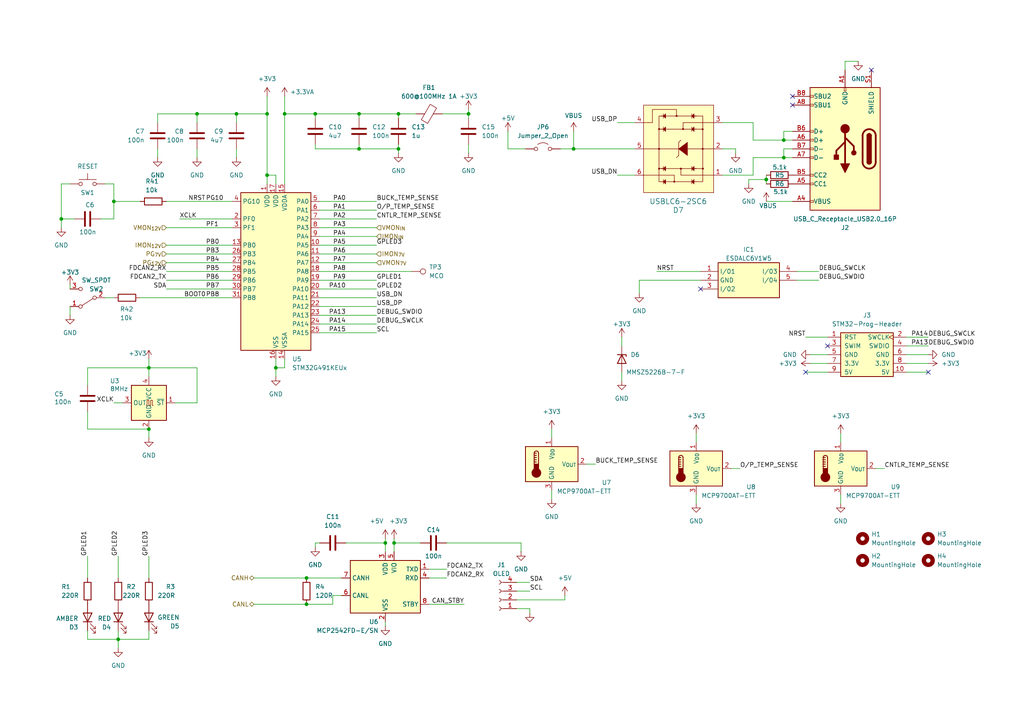
<source format=kicad_sch>
(kicad_sch (version 20250114) (generator "eeschema") (generator_version "9.0")
  (paper "A4")
  (title_block (rev "Vol. 2") (company "University of Alberta EcoCar Team"))
  (lib_symbols
    (symbol "Connector:Conn_01x04_Socket" (pin_names (offset 1.016) (hide yes))
      (property "Reference" "J" (at 0 5.08 0))
      (property "Value" "Conn_01x04_Socket" (at 0 -7.62 0))
      (symbol "Conn_01x04_Socket_1_1"
        (pin passive line (at -5.08 2.54 0) (length 3.81) (name "Pin_1") (number "1"))
        (pin passive line (at -5.08 0 0) (length 3.81) (name "Pin_2") (number "2"))
        (pin passive line (at -5.08 -2.54 0) (length 3.81) (name "Pin_3") (number "3"))
        (pin passive line (at -5.08 -5.08 0) (length 3.81) (name "Pin_4") (number "4"))
      )
    )
    (symbol "Connector:TestPoint" (pin_numbers (hide yes)) (pin_names (offset 0.762) (hide yes))
      (property "Reference" "TP" (at 0 6.858 0))
      (property "Value" "TestPoint" (at 0 5.08 0))
      (symbol "TestPoint_1_1"
        (pin passive line (at 0 0 90) (length 2.54) (name "1") (number "1"))
      )
    )
    (symbol "Connector:USB_C_Receptacle_USB2.0_16P" (pin_names (offset 1.016))
      (property "Reference" "J" (at 0 22.225 0))
      (property "Value" "USB_C_Receptacle_USB2.0_16P" (at 0 19.685 0))
      (symbol "USB_C_Receptacle_USB2.0_16P_1_1"
        (pin passive line (at -7.62 -22.86 90) (length 5.08) (name "SHIELD") (number "S1"))
        (pin passive line (at 0 -22.86 90) (length 5.08) (name "GND") (number "A1"))
        (pin passive line (at 0 -22.86 90) (length 5.08) (hide yes) (name "GND") (number "A12"))
        (pin passive line (at 0 -22.86 90) (length 5.08) (hide yes) (name "GND") (number "B1"))
        (pin passive line (at 0 -22.86 90) (length 5.08) (hide yes) (name "GND") (number "B12"))
        (pin passive line (at 15.24 15.24 180) (length 5.08) (name "VBUS") (number "A4"))
        (pin passive line (at 15.24 15.24 180) (length 5.08) (hide yes) (name "VBUS") (number "A9"))
        (pin passive line (at 15.24 15.24 180) (length 5.08) (hide yes) (name "VBUS") (number "B4"))
        (pin passive line (at 15.24 15.24 180) (length 5.08) (hide yes) (name "VBUS") (number "B9"))
        (pin bidirectional line (at 15.24 10.16 180) (length 5.08) (name "CC1") (number "A5"))
        (pin bidirectional line (at 15.24 7.62 180) (length 5.08) (name "CC2") (number "B5"))
        (pin bidirectional line (at 15.24 2.54 180) (length 5.08) (name "D-") (number "A7"))
        (pin bidirectional line (at 15.24 0 180) (length 5.08) (name "D-") (number "B7"))
        (pin bidirectional line (at 15.24 -2.54 180) (length 5.08) (name "D+") (number "A6"))
        (pin bidirectional line (at 15.24 -5.08 180) (length 5.08) (name "D+") (number "B6"))
        (pin bidirectional line (at 15.24 -12.7 180) (length 5.08) (name "SBU1") (number "A8"))
        (pin bidirectional line (at 15.24 -15.24 180) (length 5.08) (name "SBU2") (number "B8"))
      )
    )
    (symbol "Device:C" (pin_numbers (hide yes)) (pin_names (offset 0.254))
      (property "Reference" "C" (at 0.635 2.54 0))
      (property "Value" "C" (at 0.635 -2.54 0))
      (symbol "C_1_1"
        (pin passive line (at 0 3.81 270) (length 2.794) (name "~") (number "1"))
        (pin passive line (at 0 -3.81 90) (length 2.794) (name "~") (number "2"))
      )
    )
    (symbol "Device:D_Zener" (pin_numbers (hide yes)) (pin_names (offset 1.016) (hide yes))
      (property "Reference" "D" (at 0 2.54 0))
      (property "Value" "D_Zener" (at 0 -2.54 0))
      (symbol "D_Zener_1_1"
        (pin passive line (at -3.81 0 0) (length 2.54) (name "K") (number "1"))
        (pin passive line (at 3.81 0 180) (length 2.54) (name "A") (number "2"))
      )
    )
    (symbol "Device:FerriteBead" (pin_numbers (hide yes)) (pin_names (offset 0))
      (property "Reference" "FB" (at -3.81 0.635 90))
      (property "Value" "FerriteBead" (at 3.81 0 90))
      (symbol "FerriteBead_1_1"
        (pin passive line (at 0 3.81 270) (length 2.54) (name "~") (number "1"))
        (pin passive line (at 0 -3.81 90) (length 2.54) (name "~") (number "2"))
      )
    )
    (symbol "Device:LED" (pin_numbers (hide yes)) (pin_names (offset 1.016) (hide yes))
      (property "Reference" "D" (at 0 2.54 0))
      (property "Value" "LED" (at 0 -2.54 0))
      (symbol "LED_1_1"
        (pin passive line (at -3.81 0 0) (length 2.54) (name "K") (number "1"))
        (pin passive line (at 3.81 0 180) (length 2.54) (name "A") (number "2"))
      )
    )
    (symbol "Device:R" (pin_numbers (hide yes)) (pin_names (offset 0))
      (property "Reference" "R" (at 2.032 0 90))
      (property "Value" "R" (at 0 0 90))
      (symbol "R_1_1"
        (pin passive line (at 0 3.81 270) (length 1.27) (name "~") (number "1"))
        (pin passive line (at 0 -3.81 90) (length 1.27) (name "~") (number "2"))
      )
    )
    (symbol "GND_2" (power) (pin_numbers (hide yes)) (pin_names (offset 0) (hide yes))
      (property "Value" "GND" (at 0 -3.81 0))
      (symbol "GND_2_1_1"
        (pin power_in line (at 0 0 270) (length 0) (name "~") (number "1"))
      )
    )
    (symbol "Interface_CAN_LIN:MCP2542FDxMF"
      (property "Reference" "U" (at -10.16 8.89 0))
      (property "Value" "MCP2542FDxMF" (at 2.54 8.89 0))
      (symbol "MCP2542FDxMF_1_1"
        (pin input line (at -12.7 5.08 0) (length 2.54) (name "TXD") (number "1"))
        (pin output line (at -12.7 2.54 0) (length 2.54) (name "RXD") (number "4"))
        (pin input line (at -12.7 -5.08 0) (length 2.54) (name "STBY") (number "8"))
        (pin power_in line (at -2.54 10.16 270) (length 2.54) (name "VIO") (number "5"))
        (pin power_in line (at 0 10.16 270) (length 2.54) (name "VDD") (number "3"))
        (pin power_in line (at 0 -10.16 90) (length 2.54) (name "VSS") (number "2"))
        (pin passive line (at 0 -10.16 90) (length 2.54) (hide yes) (name "VSS") (number "9"))
        (pin bidirectional line (at 12.7 2.54 180) (length 2.54) (name "CANH") (number "7"))
        (pin bidirectional line (at 12.7 -2.54 180) (length 2.54) (name "CANL") (number "6"))
      )
    )
    (symbol "Jumper:Jumper_2_Open" (pin_numbers (hide yes)) (pin_names (offset 0) (hide yes)) (exclude_from_sim yes)
      (property "Reference" "JP" (at 0 2.794 0))
      (property "Value" "Jumper_2_Open" (at 0 -2.286 0))
      (symbol "Jumper_2_Open_1_1"
        (pin passive line (at -5.08 0 0) (length 2.54) (name "A") (number "1"))
        (pin passive line (at 5.08 0 180) (length 2.54) (name "B") (number "2"))
      )
    )
    (symbol "MCU_ST_STM32G4:STM32G491KEUx"
      (property "Reference" "U" (at -10.16 24.13 0))
      (property "Value" "STM32G491KEUx" (at 5.08 24.13 0))
      (symbol "STM32G491KEUx_1_1"
        (pin bidirectional line (at -12.7 20.32 0) (length 2.54) (name "PG10") (number "4"))
        (pin bidirectional line (at -12.7 15.24 0) (length 2.54) (name "PF0") (number "2"))
        (pin bidirectional line (at -12.7 12.7 0) (length 2.54) (name "PF1") (number "3"))
        (pin bidirectional line (at -12.7 7.62 0) (length 2.54) (name "PB0") (number "13"))
        (pin bidirectional line (at -12.7 5.08 0) (length 2.54) (name "PB3") (number "26"))
        (pin bidirectional line (at -12.7 2.54 0) (length 2.54) (name "PB4") (number "27"))
        (pin bidirectional line (at -12.7 0 0) (length 2.54) (name "PB5") (number "28"))
        (pin bidirectional line (at -12.7 -2.54 0) (length 2.54) (name "PB6") (number "29"))
        (pin bidirectional line (at -12.7 -5.08 0) (length 2.54) (name "PB7") (number "30"))
        (pin bidirectional line (at -12.7 -7.62 0) (length 2.54) (name "PB8") (number "31"))
        (pin power_in line (at -2.54 25.4 270) (length 2.54) (name "VDD") (number "1"))
        (pin power_in line (at 0 25.4 270) (length 2.54) (name "VDD") (number "17"))
        (pin power_in line (at 0 -25.4 90) (length 2.54) (name "VSS") (number "16"))
        (pin passive line (at 0 -25.4 90) (length 2.54) (hide yes) (name "VSS") (number "32"))
        (pin passive line (at 0 -25.4 90) (length 2.54) (hide yes) (name "VSS") (number "33"))
        (pin power_in line (at 2.54 25.4 270) (length 2.54) (name "VDDA") (number "15"))
        (pin power_in line (at 2.54 -25.4 90) (length 2.54) (name "VSSA") (number "14"))
        (pin bidirectional line (at 12.7 20.32 180) (length 2.54) (name "PA0") (number "5"))
        (pin bidirectional line (at 12.7 17.78 180) (length 2.54) (name "PA1") (number "6"))
        (pin bidirectional line (at 12.7 15.24 180) (length 2.54) (name "PA2") (number "7"))
        (pin bidirectional line (at 12.7 12.7 180) (length 2.54) (name "PA3") (number "8"))
        (pin bidirectional line (at 12.7 10.16 180) (length 2.54) (name "PA4") (number "9"))
        (pin bidirectional line (at 12.7 7.62 180) (length 2.54) (name "PA5") (number "10"))
        (pin bidirectional line (at 12.7 5.08 180) (length 2.54) (name "PA6") (number "11"))
        (pin bidirectional line (at 12.7 2.54 180) (length 2.54) (name "PA7") (number "12"))
        (pin bidirectional line (at 12.7 0 180) (length 2.54) (name "PA8") (number "18"))
        (pin bidirectional line (at 12.7 -2.54 180) (length 2.54) (name "PA9") (number "19"))
        (pin bidirectional line (at 12.7 -5.08 180) (length 2.54) (name "PA10") (number "20"))
        (pin bidirectional line (at 12.7 -7.62 180) (length 2.54) (name "PA11") (number "21"))
        (pin bidirectional line (at 12.7 -10.16 180) (length 2.54) (name "PA12") (number "22"))
        (pin bidirectional line (at 12.7 -12.7 180) (length 2.54) (name "PA13") (number "23"))
        (pin bidirectional line (at 12.7 -15.24 180) (length 2.54) (name "PA14") (number "24"))
        (pin bidirectional line (at 12.7 -17.78 180) (length 2.54) (name "PA15") (number "25"))
      )
    )
    (symbol "Mechanical:MountingHole" (pin_names (offset 1.016)) (exclude_from_sim yes) (in_bom no)
      (property "Reference" "H" (at 0 5.08 0))
      (property "Value" "MountingHole" (at 0 3.175 0))
    )
    (symbol "RF_Parts:ESDALC6V1W5"
      (property "Reference" "IC" (at 24.13 7.62 0))
      (property "Value" "ESDALC6V1W5" (at 24.13 5.08 0))
      (symbol "ESDALC6V1W5_1_1"
        (pin passive line (at 0 0 0) (length 5.08) (name "I/01") (number "1"))
        (pin passive line (at 0 -2.54 0) (length 5.08) (name "GND") (number "2"))
        (pin passive line (at 0 -5.08 0) (length 5.08) (name "I/02") (number "3"))
        (pin passive line (at 27.94 0 180) (length 5.08) (name "I/03") (number "4"))
        (pin passive line (at 27.94 -2.54 180) (length 5.08) (name "I/04") (number "5"))
      )
    )
    (symbol "RF_Parts:SG-3225CAN"
      (property "Reference" "U" (at 3.81 7.62 0))
      (symbol "SG-3225CAN_1_1"
        (pin input line (at -7.62 0 0) (length 2.54) (name "~{ST}") (number "1"))
        (pin power_in line (at 0 7.62 270) (length 2.54) (name "VCC") (number "4"))
        (pin power_in line (at 0 -7.62 90) (length 2.54) (name "GND") (number "2"))
        (pin output line (at 7.62 0 180) (length 2.54) (name "OUT") (number "3"))
      )
    )
    (symbol "Sensor_Temperature:MCP9700Ax-ETT"
      (property "Reference" "U" (at -6.35 6.35 0))
      (property "Value" "MCP9700Ax-ETT" (at 1.27 6.35 0))
      (symbol "MCP9700Ax-ETT_1_1"
        (pin power_in line (at 0 7.62 270) (length 2.54) (name "V_{DD}") (number "1"))
        (pin power_in line (at 0 -7.62 90) (length 2.54) (name "GND") (number "3"))
        (pin output line (at 10.16 0 180) (length 2.54) (name "V_{OUT}") (number "2"))
      )
    )
    (symbol "Switch:SW_Push" (pin_numbers (hide yes)) (pin_names (offset 1.016) (hide yes))
      (property "Reference" "SW" (at 1.27 2.54 0))
      (property "Value" "SW_Push" (at 0 -1.524 0))
      (symbol "SW_Push_0_1"
        (pin passive line (at -5.08 0 0) (length 2.54) (name "1") (number "1"))
        (pin passive line (at 5.08 0 180) (length 2.54) (name "2") (number "2"))
      )
    )
    (symbol "Switch:SW_SPDT" (pin_names (offset 0) (hide yes))
      (property "Reference" "SW" (at 0 4.318 0))
      (property "Value" "SW_SPDT" (at 0 -5.08 0))
      (symbol "SW_SPDT_1_1"
        (pin passive line (at -5.08 0 0) (length 2.54) (name "B") (number "2"))
        (pin passive line (at 5.08 2.54 180) (length 2.54) (name "A") (number "1"))
        (pin passive line (at 5.08 -2.54 180) (length 2.54) (name "C") (number "3"))
      )
    )
    (symbol "dk_TVS-Diodes:USBLC6-2SC6" (pin_names (offset 1.016))
      (property "Reference" "D" (at -10.16 13.97 0))
      (property "Value" "USBLC6-2SC6" (at 0 -13.97 0))
      (symbol "USBLC6-2SC6_1_1"
        (pin input line (at -12.7 7.62 0) (length 2.54) (name "~") (number "1"))
        (pin power_in line (at -12.7 0 0) (length 2.54) (name "~") (number "2"))
        (pin input line (at -12.7 -7.62 0) (length 2.54) (name "~") (number "3"))
        (pin input line (at 12.7 7.62 180) (length 2.54) (name "~") (number "6"))
        (pin output line (at 12.7 0 180) (length 2.54) (name "~") (number "5"))
        (pin input line (at 12.7 -7.62 180) (length 2.54) (name "~") (number "4"))
      )
    )
    (symbol "ecocad_lib_symbols:STM32-Prog-Header" (pin_names (offset 1.016))
      (property "Reference" "J" (at -9.144 10.668 0))
      (property "Value" "STM32-Prog-Header" (at 0.254 8.636 0))
      (symbol "STM32-Prog-Header_1_1"
        (pin passive line (at -11.43 5.08 0) (length 3.81) (name "RST") (number "1"))
        (pin passive line (at -11.43 2.54 0) (length 3.81) (name "SWIM") (number "3"))
        (pin passive line (at -11.43 0 0) (length 3.81) (name "GND") (number "5"))
        (pin passive line (at -11.43 -2.54 0) (length 3.81) (name "3.3V") (number "7"))
        (pin passive line (at -11.43 -5.08 0) (length 3.81) (name "5V") (number "9"))
        (pin passive clock (at 11.43 5.08 180) (length 3.81) (name "SWCLK") (number "2"))
        (pin passive line (at 11.43 2.54 180) (length 3.81) (name "SWDIO") (number "4"))
        (pin passive line (at 11.43 0 180) (length 3.81) (name "GND") (number "6"))
        (pin passive line (at 11.43 -2.54 180) (length 3.81) (name "3.3V") (number "8"))
        (pin passive line (at 11.43 -5.08 180) (length 3.81) (name "5V") (number "10"))
      )
    )
    (symbol "power:+3.3VA" (power) (pin_names (offset 0))
      (property "Value" "+3.3VA" (at 0 3.556 0))
      (symbol "+3.3VA_1_1"
        (pin power_in line (at 0 0 90) (length 0) (hide yes) (name "+3.3VA") (number "1"))
      )
    )
    (symbol "power:+3V3" (power) (pin_names (offset 0))
      (property "Value" "+3V3" (at 0 3.556 0))
      (symbol "+3V3_1_1"
        (pin power_in line (at 0 0 90) (length 0) (hide yes) (name "+3V3") (number "1"))
      )
    )
    (symbol "power:+5V" (power) (pin_names (offset 0))
      (property "Value" "+5V" (at 0 3.556 0))
      (symbol "+5V_1_1"
        (pin power_in line (at 0 0 90) (length 0) (hide yes) (name "+5V") (number "1"))
      )
    )
    (symbol "power:GND" (power) (pin_names (offset 0))
      (property "Value" "GND" (at 0 -3.81 0))
      (symbol "GND_1_1"
        (pin power_in line (at 0 0 270) (length 0) (hide yes) (name "GND") (number "1"))
      )
    )
  )
  (junction (at 43.18 106.68))
  (junction (at 68.58 33.02))
  (junction (at 135.89 33.02))
  (junction (at 91.44 33.02))
  (junction (at 77.47 33.02))
  (junction (at 80.01 106.68))
  (junction (at 115.57 33.02))
  (junction (at 33.02 58.42))
  (junction (at 114.3 157.48))
  (junction (at 104.14 33.02))
  (junction (at 222.25 52.07))
  (junction (at 43.18 124.46))
  (junction (at 227.33 40.64))
  (junction (at 111.76 157.48))
  (junction (at 34.29 185.42))
  (junction (at 82.55 33.02))
  (junction (at 77.47 50.8))
  (junction (at 166.37 43.18))
  (junction (at 227.33 45.72))
  (junction (at 104.14 43.18))
  (junction (at 88.9 167.64))
  (junction (at 115.57 43.18))
  (junction (at 57.15 33.02))
  (junction (at 17.78 63.5))
  (junction (at 88.9 175.26))
  (no_connect (at 240.03 100.33))
  (no_connect (at 252.73 20.32))
  (no_connect (at 203.2 83.82))
  (no_connect (at 229.87 27.94))
  (no_connect (at 233.68 107.95))
  (no_connect (at 269.24 107.95))
  (no_connect (at 229.87 30.48))
  (wire (pts (xy 25.4 111.76) (xy 25.4 106.68)))
  (wire (pts (xy 114.3 157.48) (xy 121.92 157.48)))
  (wire (pts (xy 82.55 106.68) (xy 82.55 104.14)))
  (wire (pts (xy 91.44 34.29) (xy 91.44 33.02)))
  (wire (pts (xy 104.14 41.91) (xy 104.14 43.18)))
  (wire (pts (xy 109.22 76.2) (xy 92.71 76.2)))
  (wire (pts (xy 201.93 143.51) (xy 201.93 146.05)))
  (wire (pts (xy 82.55 33.02) (xy 82.55 53.34)))
  (wire (pts (xy 34.29 185.42) (xy 34.29 187.96)))
  (wire (pts (xy 92.71 68.58) (xy 109.22 68.58)))
  (wire (pts (xy 68.58 45.72) (xy 68.58 43.18)))
  (wire (pts (xy 80.01 53.34) (xy 80.01 50.8)))
  (wire (pts (xy 124.46 175.26) (xy 134.62 175.26)))
  (wire (pts (xy 212.09 135.89) (xy 214.63 135.89)))
  (wire (pts (xy 91.44 33.02) (xy 104.14 33.02)))
  (wire (pts (xy 88.9 175.26) (xy 96.52 175.26)))
  (wire (pts (xy 179.07 35.56) (xy 184.15 35.56)))
  (wire (pts (xy 48.26 71.12) (xy 67.31 71.12)))
  (wire (pts (xy 34.29 185.42) (xy 43.18 185.42)))
  (wire (pts (xy 48.26 66.04) (xy 67.31 66.04)))
  (wire (pts (xy 57.15 116.84) (xy 50.8 116.84)))
  (wire (pts (xy 115.57 33.02) (xy 120.65 33.02)))
  (wire (pts (xy 30.48 86.36) (xy 33.02 86.36)))
  (wire (pts (xy 25.4 106.68) (xy 43.18 106.68)))
  (wire (pts (xy 218.44 50.8) (xy 218.44 45.72)))
  (wire (pts (xy 20.32 82.55) (xy 20.32 83.82)))
  (wire (pts (xy 109.22 66.04) (xy 92.71 66.04)))
  (wire (pts (xy 218.44 40.64) (xy 218.44 35.56)))
  (wire (pts (xy 147.32 43.18) (xy 152.4 43.18)))
  (wire (pts (xy 111.76 156.21) (xy 111.76 157.48)))
  (wire (pts (xy 135.89 41.91) (xy 135.89 44.45)))
  (wire (pts (xy 222.25 58.42) (xy 229.87 58.42)))
  (wire (pts (xy 179.07 50.8) (xy 184.15 50.8)))
  (wire (pts (xy 231.14 81.28) (xy 237.49 81.28)))
  (wire (pts (xy 30.48 53.34) (xy 33.02 53.34)))
  (wire (pts (xy 43.18 167.64) (xy 43.18 161.29)))
  (wire (pts (xy 209.55 43.18) (xy 213.36 43.18)))
  (wire (pts (xy 109.22 60.96) (xy 92.71 60.96)))
  (wire (pts (xy 57.15 106.68) (xy 57.15 116.84)))
  (wire (pts (xy 248.92 17.78) (xy 245.11 17.78)))
  (wire (pts (xy 48.26 78.74) (xy 67.31 78.74)))
  (wire (pts (xy 91.44 43.18) (xy 104.14 43.18)))
  (wire (pts (xy 43.18 106.68) (xy 43.18 109.22)))
  (wire (pts (xy 115.57 33.02) (xy 115.57 34.29)))
  (wire (pts (xy 91.44 157.48) (xy 91.44 158.75)))
  (wire (pts (xy 92.71 157.48) (xy 91.44 157.48)))
  (wire (pts (xy 227.33 38.1) (xy 227.33 40.64)))
  (wire (pts (xy 43.18 106.68) (xy 57.15 106.68)))
  (wire (pts (xy 104.14 33.02) (xy 115.57 33.02)))
  (wire (pts (xy 245.11 17.78) (xy 245.11 20.32)))
  (wire (pts (xy 43.18 124.46) (xy 43.18 127)))
  (wire (pts (xy 52.07 63.5) (xy 67.31 63.5)))
  (wire (pts (xy 124.46 165.1) (xy 129.54 165.1)))
  (wire (pts (xy 77.47 33.02) (xy 68.58 33.02)))
  (wire (pts (xy 73.66 175.26) (xy 88.9 175.26)))
  (wire (pts (xy 109.22 91.44) (xy 92.71 91.44)))
  (wire (pts (xy 104.14 43.18) (xy 115.57 43.18)))
  (wire (pts (xy 124.46 167.64) (xy 129.54 167.64)))
  (wire (pts (xy 17.78 63.5) (xy 21.59 63.5)))
  (wire (pts (xy 160.02 142.24) (xy 160.02 144.78)))
  (wire (pts (xy 17.78 63.5) (xy 17.78 66.04)))
  (wire (pts (xy 147.32 38.1) (xy 147.32 43.18)))
  (wire (pts (xy 33.02 58.42) (xy 33.02 63.5)))
  (wire (pts (xy 20.32 88.9) (xy 20.32 91.44)))
  (wire (pts (xy 96.52 172.72) (xy 96.52 175.26)))
  (wire (pts (xy 243.84 125.73) (xy 243.84 128.27)))
  (wire (pts (xy 111.76 157.48) (xy 111.76 160.02)))
  (wire (pts (xy 160.02 124.46) (xy 160.02 127)))
  (wire (pts (xy 149.86 173.99) (xy 163.83 173.99)))
  (wire (pts (xy 153.67 177.8) (xy 153.67 176.53)))
  (wire (pts (xy 43.18 104.14) (xy 43.18 106.68)))
  (wire (pts (xy 180.34 107.95) (xy 180.34 110.49)))
  (wire (pts (xy 77.47 50.8) (xy 77.47 53.34)))
  (wire (pts (xy 153.67 171.45) (xy 149.86 171.45)))
  (wire (pts (xy 34.29 167.64) (xy 34.29 161.29)))
  (wire (pts (xy 109.22 71.12) (xy 92.71 71.12)))
  (wire (pts (xy 17.78 53.34) (xy 17.78 63.5)))
  (wire (pts (xy 269.24 97.79) (xy 262.89 97.79)))
  (wire (pts (xy 82.55 27.94) (xy 82.55 33.02)))
  (wire (pts (xy 57.15 33.02) (xy 57.15 35.56)))
  (wire (pts (xy 153.67 168.91) (xy 149.86 168.91)))
  (wire (pts (xy 269.24 105.41) (xy 262.89 105.41)))
  (wire (pts (xy 114.3 157.48) (xy 114.3 160.02)))
  (wire (pts (xy 45.72 45.72) (xy 45.72 43.18)))
  (wire (pts (xy 162.56 43.18) (xy 166.37 43.18)))
  (wire (pts (xy 213.36 43.18) (xy 213.36 44.45)))
  (wire (pts (xy 25.4 185.42) (xy 25.4 182.88)))
  (wire (pts (xy 25.4 185.42) (xy 34.29 185.42)))
  (wire (pts (xy 33.02 58.42) (xy 40.64 58.42)))
  (wire (pts (xy 234.95 102.87) (xy 240.03 102.87)))
  (wire (pts (xy 80.01 106.68) (xy 82.55 106.68)))
  (wire (pts (xy 20.32 53.34) (xy 17.78 53.34)))
  (wire (pts (xy 180.34 97.79) (xy 180.34 100.33)))
  (wire (pts (xy 229.87 45.72) (xy 227.33 45.72)))
  (wire (pts (xy 229.87 40.64) (xy 227.33 40.64)))
  (wire (pts (xy 222.25 50.8) (xy 222.25 52.07)))
  (wire (pts (xy 166.37 38.1) (xy 166.37 43.18)))
  (wire (pts (xy 209.55 50.8) (xy 218.44 50.8)))
  (wire (pts (xy 201.93 125.73) (xy 201.93 128.27)))
  (wire (pts (xy 229.87 38.1) (xy 227.33 38.1)))
  (wire (pts (xy 222.25 52.07) (xy 217.17 52.07)))
  (wire (pts (xy 109.22 73.66) (xy 92.71 73.66)))
  (wire (pts (xy 99.06 172.72) (xy 96.52 172.72)))
  (wire (pts (xy 33.02 63.5) (xy 29.21 63.5)))
  (wire (pts (xy 34.29 185.42) (xy 34.29 182.88)))
  (wire (pts (xy 170.18 134.62) (xy 172.72 134.62)))
  (wire (pts (xy 234.95 105.41) (xy 240.03 105.41)))
  (wire (pts (xy 227.33 45.72) (xy 227.33 43.18)))
  (wire (pts (xy 91.44 41.91) (xy 91.44 43.18)))
  (wire (pts (xy 57.15 45.72) (xy 57.15 43.18)))
  (wire (pts (xy 104.14 33.02) (xy 104.14 34.29)))
  (wire (pts (xy 190.5 78.74) (xy 203.2 78.74)))
  (wire (pts (xy 99.06 167.64) (xy 88.9 167.64)))
  (wire (pts (xy 114.3 156.21) (xy 114.3 157.48)))
  (wire (pts (xy 109.22 93.98) (xy 92.71 93.98)))
  (wire (pts (xy 48.26 76.2) (xy 67.31 76.2)))
  (wire (pts (xy 115.57 43.18) (xy 115.57 44.45)))
  (wire (pts (xy 269.24 107.95) (xy 262.89 107.95)))
  (wire (pts (xy 217.17 52.07) (xy 217.17 53.34)))
  (wire (pts (xy 80.01 50.8) (xy 77.47 50.8)))
  (wire (pts (xy 243.84 143.51) (xy 243.84 146.05)))
  (wire (pts (xy 209.55 35.56) (xy 218.44 35.56)))
  (wire (pts (xy 25.4 119.38) (xy 25.4 124.46)))
  (wire (pts (xy 57.15 33.02) (xy 45.72 33.02)))
  (wire (pts (xy 45.72 33.02) (xy 45.72 35.56)))
  (wire (pts (xy 119.38 78.74) (xy 92.71 78.74)))
  (wire (pts (xy 151.13 157.48) (xy 129.54 157.48)))
  (wire (pts (xy 33.02 116.84) (xy 35.56 116.84)))
  (wire (pts (xy 48.26 58.42) (xy 67.31 58.42)))
  (wire (pts (xy 80.01 106.68) (xy 80.01 109.22)))
  (wire (pts (xy 128.27 33.02) (xy 135.89 33.02)))
  (wire (pts (xy 135.89 31.75) (xy 135.89 33.02)))
  (wire (pts (xy 222.25 52.07) (xy 222.25 53.34)))
  (wire (pts (xy 43.18 185.42) (xy 43.18 182.88)))
  (wire (pts (xy 153.67 176.53) (xy 149.86 176.53)))
  (wire (pts (xy 231.14 78.74) (xy 237.49 78.74)))
  (wire (pts (xy 100.33 157.48) (xy 111.76 157.48)))
  (wire (pts (xy 109.22 83.82) (xy 92.71 83.82)))
  (wire (pts (xy 151.13 160.02) (xy 151.13 157.48)))
  (wire (pts (xy 92.71 81.28) (xy 109.22 81.28)))
  (wire (pts (xy 111.76 180.34) (xy 111.76 181.61)))
  (wire (pts (xy 135.89 33.02) (xy 135.89 34.29)))
  (wire (pts (xy 109.22 96.52) (xy 92.71 96.52)))
  (wire (pts (xy 92.71 58.42) (xy 109.22 58.42)))
  (wire (pts (xy 109.22 86.36) (xy 92.71 86.36)))
  (wire (pts (xy 68.58 33.02) (xy 57.15 33.02)))
  (wire (pts (xy 229.87 43.18) (xy 227.33 43.18)))
  (wire (pts (xy 254 135.89) (xy 256.54 135.89)))
  (wire (pts (xy 92.71 63.5) (xy 109.22 63.5)))
  (wire (pts (xy 77.47 33.02) (xy 77.47 50.8)))
  (wire (pts (xy 203.2 81.28) (xy 185.42 81.28)))
  (wire (pts (xy 262.89 102.87) (xy 269.24 102.87)))
  (wire (pts (xy 48.26 83.82) (xy 67.31 83.82)))
  (wire (pts (xy 80.01 104.14) (xy 80.01 106.68)))
  (wire (pts (xy 218.44 40.64) (xy 227.33 40.64)))
  (wire (pts (xy 185.42 81.28) (xy 185.42 85.09)))
  (wire (pts (xy 48.26 81.28) (xy 67.31 81.28)))
  (wire (pts (xy 233.68 97.79) (xy 240.03 97.79)))
  (wire (pts (xy 25.4 167.64) (xy 25.4 161.29)))
  (wire (pts (xy 233.68 107.95) (xy 240.03 107.95)))
  (wire (pts (xy 109.22 88.9) (xy 92.71 88.9)))
  (wire (pts (xy 68.58 33.02) (xy 68.58 35.56)))
  (wire (pts (xy 163.83 172.72) (xy 163.83 173.99)))
  (wire (pts (xy 82.55 33.02) (xy 91.44 33.02)))
  (wire (pts (xy 40.64 86.36) (xy 67.31 86.36)))
  (wire (pts (xy 48.26 73.66) (xy 67.31 73.66)))
  (wire (pts (xy 166.37 43.18) (xy 184.15 43.18)))
  (wire (pts (xy 77.47 27.94) (xy 77.47 33.02)))
  (wire (pts (xy 25.4 124.46) (xy 43.18 124.46)))
  (wire (pts (xy 33.02 53.34) (xy 33.02 58.42)))
  (wire (pts (xy 269.24 100.33) (xy 262.89 100.33)))
  (wire (pts (xy 115.57 41.91) (xy 115.57 43.18)))
  (wire (pts (xy 218.44 45.72) (xy 227.33 45.72)))
  (wire (pts (xy 73.66 167.64) (xy 88.9 167.64)))
  (label "GPLED1" (at 109.22 81.28 0))
  (label "NRST" (at 190.5 78.74 0))
  (label "PB8" (at 59.69 86.36 0))
  (label "PB5" (at 59.69 78.74 0))
  (label "PA8" (at 100.33 78.74 180))
  (label "PA1" (at 100.33 60.96 180))
  (label "USB_DP" (at 179.07 35.56 180))
  (label "XCLK" (at 33.02 116.84 180))
  (label "PA5" (at 100.33 71.12 180))
  (label "DEBUG_SWDIO" (at 237.49 81.28 0))
  (label "BOOT0" (at 59.69 86.36 180))
  (label "PA7" (at 100.33 76.2 180))
  (label "SDA" (at 48.26 83.82 180))
  (label "GPLED3" (at 43.18 161.29 90))
  (label "DEBUG_SWCLK" (at 269.24 97.79 0))
  (label "USB_DN" (at 109.22 86.36 0))
  (label "XCLK" (at 52.07 63.5 0))
  (label "GPLED2" (at 109.22 83.82 0))
  (label "PA9" (at 100.33 81.28 180))
  (label "PA3" (at 100.33 66.04 180))
  (label "CNTLR_TEMP_SENSE" (at 109.22 63.5 0))
  (label "O{slash}P_TEMP_SENSE" (at 214.63 135.89 0))
  (label "FDCAN2_RX" (at 129.54 167.64 0))
  (label "GPLED3" (at 109.22 71.12 0))
  (label "CNTLR_TEMP_SENSE" (at 256.54 135.89 0))
  (label "FDCAN2_RX" (at 48.26 78.74 180))
  (label "PB3" (at 59.69 73.66 0))
  (label "USB_DN" (at 179.07 50.8 180))
  (label "DEBUG_SWCLK" (at 237.49 78.74 0))
  (label "PA15" (at 100.33 96.52 180))
  (label "PA0" (at 100.33 58.42 180))
  (label "O{slash}P_TEMP_SENSE" (at 109.22 60.96 0))
  (label "BUCK_TEMP_SENSE" (at 172.72 134.62 0))
  (label "PG10" (at 59.69 58.42 0))
  (label "CAN_STBY" (at 134.62 175.26 180))
  (label "PA10" (at 100.33 83.82 180))
  (label "FDCAN2_TX" (at 48.26 81.28 180))
  (label "SDA" (at 153.67 168.91 0))
  (label "NRST" (at 233.68 97.79 180))
  (label "PF1" (at 59.69 66.04 0))
  (label "GPLED1" (at 25.4 161.29 90))
  (label "PA6" (at 100.33 73.66 180))
  (label "PA4" (at 100.33 68.58 180))
  (label "USB_DP" (at 109.22 88.9 0))
  (label "SCL" (at 109.22 96.52 0))
  (label "DEBUG_SWDIO" (at 109.22 91.44 0))
  (label "NRST" (at 54.61 58.42 0))
  (label "PB7" (at 59.69 83.82 0))
  (label "GPLED2" (at 34.29 161.29 90))
  (label "PA2" (at 100.33 63.5 180))
  (label "SCL" (at 153.67 171.45 0))
  (label "PB4" (at 59.69 76.2 0))
  (label "PB6" (at 59.69 81.28 0))
  (label "PA13" (at 100.33 91.44 180))
  (label "PA14" (at 269.24 97.79 180))
  (label "DEBUG_SWDIO" (at 269.24 100.33 0))
  (label "PA14" (at 100.33 93.98 180))
  (label "FDCAN2_TX" (at 129.54 165.1 0))
  (label "PB0" (at 59.69 71.12 0))
  (label "BUCK_TEMP_SENSE" (at 109.22 58.42 0))
  (label "DEBUG_SWCLK" (at 109.22 93.98 0))
  (label "PA13" (at 269.24 100.33 180))
  (hierarchical_label "VMON_{IN}" (shape input) (at 109.22 66.04 0))
  (hierarchical_label "IMON_{12V}" (shape input) (at 48.26 71.12 180))
  (hierarchical_label "VMON_{12V}" (shape input) (at 48.26 66.04 180))
  (hierarchical_label "PG_{12V}" (shape input) (at 48.26 76.2 180))
  (hierarchical_label "IMON_{IN}" (shape input) (at 109.22 68.58 0))
  (hierarchical_label "CANL" (shape bidirectional) (at 73.66 175.26 180))
  (hierarchical_label "VMON_{7V}" (shape input) (at 109.22 76.2 0))
  (hierarchical_label "PG_{7V}" (shape input) (at 48.26 73.66 180))
  (hierarchical_label "CANH" (shape bidirectional) (at 73.66 167.64 180))
  (hierarchical_label "IMON_{7V}" (shape input) (at 109.22 73.66 0))
  (symbol (lib_id "Device:C") (at 25.4 63.5 90) (unit 1)
    (property "Reference" "C6" (at 27.432 59.436 90) (effects (justify left)))
    (property "Value" "100n" (at 27.94 67.31 90) (effects (justify left)))
    (property "Footprint" "Capacitor_SMD:C_0603_1608Metric" (effects (hide yes)))
    (property "Description" "100nF -20%,+80% 16V Y5V 0402 Multilayer Ceramic Capacitors MLCC - SMD/SMT RoHS" (effects (hide yes)))
    (property "JLCPCB Part#(Optional)" "C1525" (effects (hide yes)))
  )
  (symbol (lib_id "power:+3V3") (at 77.47 27.94 0) (unit 1)
    (property "Reference" "#PWR010" (effects (hide yes)))
    (property "Value" "+3V3" (at 77.47 22.86 0))
    (property "Description" "Power symbol creates a global label with name \"+3V3\"" (effects (hide yes)))
  )
  (symbol (lib_id "Device:LED") (at 25.4 179.07 90) (unit 1)
    (property "Reference" "D3" (at 22.733 181.9275 90) (effects (justify left)))
    (property "Value" "AMBER" (at 22.733 179.3875 90) (effects (justify left)))
    (property "Footprint" "LED_SMD:LED_0603_1608Metric" (effects (hide yes)))
    (property "JLCPCB Part#(Optional)" "C2296" (effects (hide yes)))
  )
  (symbol (lib_id "power:GND") (at 160.02 144.78 0) (unit 1)
    (property "Reference" "#PWR024" (effects (hide yes)))
    (property "Value" "GND" (at 160.02 149.86 0))
    (property "Description" "Power symbol creates a global label with name \"GND\" , ground" (effects (hide yes)))
  )
  (symbol (lib_id "Device:C") (at 45.72 39.37 0) (unit 1)
    (property "Reference" "C7" (at 41.91 38.0999 0) (effects (justify right)))
    (property "Value" "100n" (at 41.91 40.6399 0) (effects (justify right)))
    (property "Footprint" "Capacitor_SMD:C_0603_1608Metric" (effects (hide yes)))
    (property "Description" "Unpolarized capacitor" (effects (hide yes)))
  )
  (symbol (lib_name "GND_2") (lib_id "power:GND") (at 180.34 110.49 0) (unit 1)
    (property "Reference" "#PWR028" (effects (hide yes)))
    (property "Value" "GND" (at 180.34 115.57 0))
    (property "Description" "Power symbol creates a global label with name \"GND\" , ground" (effects (hide yes)))
  )
  (symbol (lib_id "Mechanical:MountingHole") (at 250.19 156.21 0) (unit 1) (exclude_from_sim yes) (in_bom no)
    (property "Reference" "H1" (at 252.73 154.9399 0) (effects (justify left)))
    (property "Value" "MountingHole" (at 252.73 157.4799 0) (effects (justify left)))
    (property "Footprint" "MountingHole:MountingHole_3.5mm" (effects (hide yes)))
    (property "Description" "Mounting Hole without connection" (effects (hide yes)))
  )
  (symbol (lib_id "Sensor_Temperature:MCP9700Ax-ETT") (at 201.93 135.89 0) (unit 1)
    (property "Reference" "U8" (at 219.202 141.224 0) (effects (justify right)))
    (property "Value" "MCP9700AT-ETT" (at 219.202 143.764 0) (effects (justify right)))
    (property "Footprint" "Package_TO_SOT_SMD:SOT-23" (effects (hide yes)))
    (property "Datasheet" "http://ww1.microchip.com/downloads/en/devicedoc/20001942g.pdf" (effects (hide yes)))
    (property "Description" "Low power, analog thermistor temperature sensor, ±2C accuracy, -40C to +125C, in SOT-23-3" (effects (hide yes)))
    (property "DK#" "MCP9700AT-E/TTCT-ND" (effects (hide yes)))
    (property "LCSC#" "C42288" (effects (hide yes)))
    (property "LCSC Part#" "C42288" (effects (hide yes)))
  )
  (symbol (lib_id "Device:R") (at 44.45 58.42 270) (unit 1)
    (property "Reference" "R41" (at 42.164 52.578 90) (effects (justify left)))
    (property "Value" "10k" (at 42.164 55.118 90) (effects (justify left)))
    (property "Footprint" "Resistor_SMD:R_0603_1608Metric" (effects (hide yes)))
    (property "JLCPCB Part#(Optional)" "C17557" (effects (hide yes)))
  )
  (symbol (lib_id "RF_Parts:ESDALC6V1W5") (at 203.2 78.74 0) (unit 1)
    (property "Reference" "IC1" (at 217.17 72.39 0))
    (property "Value" "ESDALC6V1W5" (at 217.17 74.93 0))
    (property "Footprint" "ecocad_lib_footprints:SOT65P210X110-5N" (effects (hide yes)))
    (property "Datasheet" "http://www.st.com/web/en/resource/technical/document/datasheet/CD00002946.pdf" (effects (hide yes)))
    (property "Description" "6.1V 6.1V 4 3V SOT-323-5  ESD Protection Devices ROHS" (effects (hide yes)))
    (property "JLCPCB Part#(Optional)" "C2827626" (effects (hide yes)))
    (property "Digikey #" "497-7231-1-ND" (effects (hide yes)))
  )
  (symbol (lib_id "Device:C") (at 104.14 38.1 0) (unit 1)
    (property "Reference" "C12" (at 107.95 36.8299 0) (effects (justify left)))
    (property "Value" "100n" (at 107.95 39.3699 0) (effects (justify left)))
    (property "Footprint" "Capacitor_SMD:C_0603_1608Metric" (effects (hide yes)))
    (property "JLCPCB Part#(Optional)" "C96446" (effects (hide yes)))
  )
  (symbol (lib_name "GND_2") (lib_id "power:GND") (at 185.42 85.09 0) (unit 1)
    (property "Reference" "#PWR029" (effects (hide yes)))
    (property "Value" "GND" (at 185.42 90.17 0))
    (property "Description" "Power symbol creates a global label with name \"GND\" , ground" (effects (hide yes)))
  )
  (symbol (lib_id "power:+3V3") (at 234.95 105.41 90) (unit 1)
    (property "Reference" "#PWR038" (effects (hide yes)))
    (property "Value" "+3V3" (at 231.14 105.4099 90) (effects (justify left)))
    (property "Description" "Power symbol creates a global label with name \"+3V3\"" (effects (hide yes)))
  )
  (symbol (lib_id "power:+3.3VA") (at 82.55 27.94 0) (unit 1)
    (property "Reference" "#PWR012" (effects (hide yes)))
    (property "Value" "+3.3VA" (at 87.63 26.67 0))
  )
  (symbol (lib_id "Device:R") (at 25.4 171.45 180) (unit 1)
    (property "Reference" "R1" (at 17.78 170.18 0) (effects (justify right)))
    (property "Value" "220R" (at 17.78 172.72 0) (effects (justify right)))
    (property "Footprint" "Resistor_SMD:R_0603_1608Metric" (effects (hide yes)))
    (property "JLCPCB Part#(Optional)" "C17557" (effects (hide yes)))
  )
  (symbol (lib_name "GND_2") (lib_id "power:GND") (at 68.58 45.72 0) (unit 1)
    (property "Reference" "#PWR09" (effects (hide yes)))
    (property "Value" "GND" (at 68.58 50.8 0))
    (property "Description" "Power symbol creates a global label with name \"GND\" , ground" (effects (hide yes)))
  )
  (symbol (lib_id "Device:C") (at 96.52 157.48 90) (unit 1)
    (property "Reference" "C11" (at 96.52 149.86 90))
    (property "Value" "100n" (at 96.52 152.4 90))
    (property "Footprint" "Capacitor_SMD:C_0603_1608Metric" (effects (hide yes)))
    (property "JLCPCB Part#(Optional)" "C1525" (effects (hide yes)))
  )
  (symbol (lib_id "power:GND") (at 153.67 177.8 0) (unit 1)
    (property "Reference" "#PWR022" (effects (hide yes)))
    (property "Value" "GND" (effects (hide yes)))
  )
  (symbol (lib_id "dk_TVS-Diodes:USBLC6-2SC6") (at 196.85 43.18 180) (unit 1)
    (property "Reference" "D7" (at 196.723 60.96 0) (effects (font (size 1.524 1.524))))
    (property "Value" "USBLC6-2SC6" (at 196.723 58.42 0) (effects (font (size 1.524 1.524))))
    (property "Footprint" "Package_TO_SOT_SMD:TSOT-23-6" (effects (hide yes)))
    (property "Datasheet" "http://www.st.com/content/ccc/resource/technical/document/datasheet/06/1d/48/9c/6c/20/4a/b2/CD00050750.pdf/files/CD00050750.pdf/jcr:content/translations/en.CD00050750.pdf" (effects (hide yes)))
    (property "Description" "TVS DIODE 5.25V 17V SOT23-6" (effects (hide yes)))
    (property "Category" "Circuit Protection" (effects (hide yes)))
    (property "Digikey #" "497-5235-1-ND" (effects (hide yes)))
    (property "JLCPCB Part#(Optional)" "C7519" (effects (hide yes)))
  )
  (symbol (lib_name "GND_2") (lib_id "power:GND") (at 151.13 160.02 0) (unit 1)
    (property "Reference" "#PWR019" (effects (hide yes)))
    (property "Value" "GND" (at 151.13 165.1 0))
    (property "Description" "Power symbol creates a global label with name \"GND\" , ground" (effects (hide yes)))
  )
  (symbol (lib_id "Sensor_Temperature:MCP9700Ax-ETT") (at 160.02 134.62 0) (unit 1)
    (property "Reference" "U7" (at 177.292 139.954 0) (effects (justify right)))
    (property "Value" "MCP9700AT-ETT" (at 177.292 142.494 0) (effects (justify right)))
    (property "Footprint" "Package_TO_SOT_SMD:SOT-23" (effects (hide yes)))
    (property "Datasheet" "http://ww1.microchip.com/downloads/en/devicedoc/20001942g.pdf" (effects (hide yes)))
    (property "Description" "Low power, analog thermistor temperature sensor, ±2C accuracy, -40C to +125C, in SOT-23-3" (effects (hide yes)))
    (property "DK#" "MCP9700AT-E/TTCT-ND" (effects (hide yes)))
    (property "LCSC#" "C42288" (effects (hide yes)))
    (property "LCSC Part#" "C42288" (effects (hide yes)))
  )
  (symbol (lib_id "Device:R") (at 88.9 171.45 0) (unit 1)
    (property "Reference" "R4" (at 91.44 170.1799 0) (effects (justify left)))
    (property "Value" "120R" (at 91.44 172.7199 0) (effects (justify left)))
    (property "Footprint" "Resistor_SMD:R_0603_1608Metric" (effects (hide yes)))
    (property "Description" "Resistor" (effects (hide yes)))
  )
  (symbol (lib_id "Switch:SW_Push") (at 25.4 53.34 0) (unit 1)
    (property "Reference" "SW1" (at 25.4 55.88 0))
    (property "Value" "RESET" (at 25.4 48.26 0))
    (property "Footprint" "Button_Switch_THT:SW_PUSH_6mm_H5mm" (effects (hide yes)))
  )
  (symbol (lib_name "GND_2") (lib_id "power:GND") (at 17.78 66.04 0) (unit 1)
    (property "Reference" "#PWR01" (effects (hide yes)))
    (property "Value" "GND" (at 17.78 71.12 0))
    (property "Description" "Power symbol creates a global label with name \"GND\" , ground" (effects (hide yes)))
  )
  (symbol (lib_id "Mechanical:MountingHole") (at 269.24 162.56 0) (unit 1) (exclude_from_sim yes) (in_bom no)
    (property "Reference" "H4" (at 271.78 161.2899 0) (effects (justify left)))
    (property "Value" "MountingHole" (at 271.78 163.8299 0) (effects (justify left)))
    (property "Footprint" "MountingHole:MountingHole_3.5mm" (effects (hide yes)))
    (property "Description" "Mounting Hole without connection" (effects (hide yes)))
  )
  (symbol (lib_name "GND_2") (lib_id "power:GND") (at 57.15 45.72 0) (unit 1)
    (property "Reference" "#PWR07" (effects (hide yes)))
    (property "Value" "GND" (at 57.15 50.8 0))
    (property "Description" "Power symbol creates a global label with name \"GND\" , ground" (effects (hide yes)))
  )
  (symbol (lib_id "Connector:TestPoint") (at 119.38 78.74 270) (unit 1)
    (property "Reference" "TP3" (at 124.46 77.4699 90) (effects (justify left)))
    (property "Value" "MCO" (at 124.46 80.0099 90) (effects (justify left)))
    (property "Footprint" "Connector_PinHeader_2.54mm:PinHeader_1x01_P2.54mm_Vertical" (effects (hide yes)))
    (property "Description" "test point" (effects (hide yes)))
  )
  (symbol (lib_name "GND_2") (lib_id "power:GND") (at 20.32 91.44 0) (unit 1)
    (property "Reference" "#PWR03" (effects (hide yes)))
    (property "Value" "GND" (at 20.32 96.52 0))
    (property "Description" "Power symbol creates a global label with name \"GND\" , ground" (effects (hide yes)))
  )
  (symbol (lib_id "Device:R") (at 36.83 86.36 270) (unit 1)
    (property "Reference" "R42" (at 34.798 89.662 90) (effects (justify left)))
    (property "Value" "10k" (at 34.798 92.202 90) (effects (justify left)))
    (property "Footprint" "Resistor_SMD:R_0603_1608Metric" (effects (hide yes)))
    (property "JLCPCB Part#(Optional)" "C17557" (effects (hide yes)))
  )
  (symbol (lib_name "GND_2") (lib_id "power:GND") (at 34.29 187.96 0) (unit 1)
    (property "Reference" "#PWR091" (effects (hide yes)))
    (property "Value" "GND" (at 34.29 193.04 0))
    (property "Description" "Power symbol creates a global label with name \"GND\" , ground" (effects (hide yes)))
  )
  (symbol (lib_id "power:+5V") (at 111.76 156.21 0) (unit 1)
    (property "Reference" "#PWR015" (effects (hide yes)))
    (property "Value" "+5V" (at 109.22 151.13 0))
  )
  (symbol (lib_id "ecocad_lib_symbols:STM32-Prog-Header") (at 251.46 102.87 0) (unit 1)
    (property "Reference" "J3" (at 251.46 91.44 0))
    (property "Value" "STM32-Prog-Header" (at 251.46 93.98 0))
    (property "Footprint" "Connector_PinHeader_2.54mm:PinHeader_2x05_P2.54mm_Vertical" (effects (hide yes)))
    (property "Description" "Generic connector, double row, 02x05, odd/even pin numbering scheme (row 1 odd numbers, row 2 even numbers), script generated (kicad-library-utils/schlib/autogen/connector/)" (effects (hide yes)))
  )
  (symbol (lib_id "power:+3V3") (at 222.25 58.42 0) (unit 1)
    (property "Reference" "#PWR036" (effects (hide yes)))
    (property "Value" "VBUS" (at 222.758 59.69 0))
  )
  (symbol (lib_id "power:+3V3") (at 243.84 125.73 0) (unit 1)
    (property "Reference" "#PWR039" (effects (hide yes)))
    (property "Value" "+3V3" (at 243.84 120.65 0))
    (property "Description" "Power symbol creates a global label with name \"+3V3\"" (effects (hide yes)))
  )
  (symbol (lib_name "GND_2") (lib_id "power:GND") (at 43.18 127 0) (unit 1)
    (property "Reference" "#PWR04" (effects (hide yes)))
    (property "Value" "GND" (at 43.18 132.08 0))
    (property "Description" "Power symbol creates a global label with name \"GND\" , ground" (effects (hide yes)))
  )
  (symbol (lib_id "Connector:USB_C_Receptacle_USB2.0_16P") (at 245.11 43.18 180) (unit 1)
    (property "Reference" "J2" (at 245.11 66.04 0))
    (property "Value" "USB_C_Receptacle_USB2.0_16P" (at 245.11 63.5 0))
    (property "Footprint" "Connector_USB:USB_C_Receptacle_GCT_USB4105-xx-A_16P_TopMnt_Horizontal" (effects (hide yes)))
    (property "Datasheet" "https://www.usb.org/sites/default/files/documents/usb_type-c.zip" (effects (hide yes)))
    (property "Description" "USB 2.0-only 16P Type-C Receptacle connector" (effects (hide yes)))
  )
  (symbol (lib_id "Device:C") (at 115.57 38.1 0) (unit 1)
    (property "Reference" "C13" (at 119.38 36.83 0) (effects (justify left)))
    (property "Value" "1u" (at 119.38 39.37 0) (effects (justify left)))
    (property "Footprint" "Capacitor_SMD:C_0603_1608Metric" (effects (hide yes)))
    (property "JLCPCB Part#(Optional)" "C28323" (effects (hide yes)))
  )
  (symbol (lib_name "GND_2") (lib_id "power:GND") (at 80.01 109.22 0) (unit 1)
    (property "Reference" "#PWR05" (effects (hide yes)))
    (property "Value" "GND" (at 80.01 114.3 0))
    (property "Description" "Power symbol creates a global label with name \"GND\" , ground" (effects (hide yes)))
  )
  (symbol (lib_id "power:+3V3") (at 201.93 125.73 0) (unit 1)
    (property "Reference" "#PWR030" (effects (hide yes)))
    (property "Value" "+3V3" (at 201.93 120.65 0))
    (property "Description" "Power symbol creates a global label with name \"+3V3\"" (effects (hide yes)))
  )
  (symbol (lib_id "Device:C") (at 68.58 39.37 0) (unit 1)
    (property "Reference" "C9" (at 64.77 38.0999 0) (effects (justify right)))
    (property "Value" "4u7" (at 64.77 40.6399 0) (effects (justify right)))
    (property "Footprint" "Capacitor_SMD:C_0805_2012Metric" (effects (hide yes)))
    (property "Description" "Unpolarized capacitor" (effects (hide yes)))
  )
  (symbol (lib_name "GND_2") (lib_id "power:GND") (at 213.36 44.45 0) (unit 1)
    (property "Reference" "#PWR021" (effects (hide yes)))
    (property "Value" "GND" (at 213.36 49.53 0))
    (property "Description" "Power symbol creates a global label with name \"GND\" , ground" (effects (hide yes)))
  )
  (symbol (lib_id "power:+3V3") (at 20.32 82.55 0) (unit 1)
    (property "Reference" "#PWR02" (effects (hide yes)))
    (property "Value" "+3V3" (at 20.32 78.994 0))
  )
  (symbol (lib_name "GND_2") (lib_id "power:GND") (at 115.57 44.45 0) (unit 1)
    (property "Reference" "#PWR011" (effects (hide yes)))
    (property "Value" "GND" (at 115.57 49.53 0))
    (property "Description" "Power symbol creates a global label with name \"GND\" , ground" (effects (hide yes)))
  )
  (symbol (lib_id "Jumper:Jumper_2_Open") (at 157.48 43.18 0) (unit 1) (exclude_from_sim yes)
    (property "Reference" "JP6" (at 157.48 36.83 0))
    (property "Value" "Jumper_2_Open" (at 157.48 39.37 0))
    (property "Description" "Jumper, 2-pole, open" (effects (hide yes)))
  )
  (symbol (lib_id "Connector:Conn_01x04_Socket") (at 144.78 173.99 180) (unit 1)
    (property "Reference" "J1" (at 145.415 163.83 0))
    (property "Value" "OLED" (at 145.415 166.37 0))
    (property "Footprint" "ecocad_lib_footprints:Display_128x64_096_I2C" (effects (hide yes)))
  )
  (symbol (lib_id "power:+5V") (at 163.83 172.72 0) (unit 1)
    (property "Reference" "#PWR025" (effects (hide yes)))
    (property "Value" "+5V" (at 163.83 167.64 0))
  )
  (symbol (lib_name "GND_2") (lib_id "power:GND") (at 135.89 44.45 0) (unit 1)
    (property "Reference" "#PWR018" (effects (hide yes)))
    (property "Value" "GND" (at 135.89 49.53 0))
    (property "Description" "Power symbol creates a global label with name \"GND\" , ground" (effects (hide yes)))
  )
  (symbol (lib_id "power:GND") (at 201.93 146.05 0) (unit 1)
    (property "Reference" "#PWR031" (effects (hide yes)))
    (property "Value" "GND" (at 201.93 151.13 0))
    (property "Description" "Power symbol creates a global label with name \"GND\" , ground" (effects (hide yes)))
  )
  (symbol (lib_id "Switch:SW_SPDT") (at 25.4 86.36 180) (unit 1)
    (property "Reference" "SW2" (at 27.94 83.82 0))
    (property "Value" "SW_SPDT" (at 27.94 81.28 0))
    (property "Footprint" "Button_Switch_SMD:SW_SPDT_PCM12" (effects (hide yes)))
    (property "Digikey #" "2223-SLW-66527511-SMT-TRCT-ND" (effects (hide yes)))
  )
  (symbol (lib_id "power:+3V3") (at 180.34 97.79 0) (unit 1)
    (property "Reference" "#PWR027" (effects (hide yes)))
    (property "Value" "+3V3" (at 180.34 93.98 0))
  )
  (symbol (lib_id "Device:C") (at 91.44 38.1 0) (unit 1)
    (property "Reference" "C10" (at 95.25 36.8299 0) (effects (justify left)))
    (property "Value" "4u7" (at 95.25 39.3699 0) (effects (justify left)))
    (property "Footprint" "Capacitor_SMD:C_0603_1608Metric" (effects (hide yes)))
    (property "JLCPCB Part#(Optional)" "C96446" (effects (hide yes)))
  )
  (symbol (lib_id "Sensor_Temperature:MCP9700Ax-ETT") (at 243.84 135.89 0) (unit 1)
    (property "Reference" "U9" (at 261.112 141.224 0) (effects (justify right)))
    (property "Value" "MCP9700AT-ETT" (at 261.112 143.764 0) (effects (justify right)))
    (property "Footprint" "Package_TO_SOT_SMD:SOT-23" (effects (hide yes)))
    (property "Datasheet" "http://ww1.microchip.com/downloads/en/devicedoc/20001942g.pdf" (effects (hide yes)))
    (property "Description" "Low power, analog thermistor temperature sensor, ±2C accuracy, -40C to +125C, in SOT-23-3" (effects (hide yes)))
    (property "DK#" "MCP9700AT-E/TTCT-ND" (effects (hide yes)))
    (property "LCSC#" "C42288" (effects (hide yes)))
    (property "LCSC Part#" "C42288" (effects (hide yes)))
  )
  (symbol (lib_id "Device:R") (at 43.18 171.45 180) (unit 1)
    (property "Reference" "R3" (at 50.8 170.18 0) (effects (justify left)))
    (property "Value" "220R" (at 50.8 172.72 0) (effects (justify left)))
    (property "Footprint" "Resistor_SMD:R_0603_1608Metric" (effects (hide yes)))
    (property "JLCPCB Part#(Optional)" "C17557" (effects (hide yes)))
  )
  (symbol (lib_id "Mechanical:MountingHole") (at 250.19 162.56 0) (unit 1) (exclude_from_sim yes) (in_bom no)
    (property "Reference" "H2" (at 252.73 161.2899 0) (effects (justify left)))
    (property "Value" "MountingHole" (at 252.73 163.8299 0) (effects (justify left)))
    (property "Footprint" "MountingHole:MountingHole_3.5mm" (effects (hide yes)))
    (property "Description" "Mounting Hole without connection" (effects (hide yes)))
  )
  (symbol (lib_id "Device:C") (at 25.4 115.57 0) (mirror x) (unit 1)
    (property "Reference" "C5" (at 15.748 114.3 0) (effects (justify left)))
    (property "Value" "100n" (at 15.748 116.586 0) (effects (justify left)))
    (property "Footprint" "Capacitor_SMD:C_0603_1608Metric" (effects (hide yes)))
    (property "Description" "100nF -20%,+80% 16V Y5V 0402 Multilayer Ceramic Capacitors MLCC - SMD/SMT RoHS" (effects (hide yes)))
    (property "JLCPCB Part#(Optional)" "C1525" (effects (hide yes)))
  )
  (symbol (lib_id "power:+3V3") (at 114.3 156.21 0) (unit 1)
    (property "Reference" "#PWR017" (effects (hide yes)))
    (property "Value" "+3V3" (at 115.57 151.13 0))
  )
  (symbol (lib_id "power:+3V3") (at 135.89 31.75 0) (unit 1)
    (property "Reference" "#PWR020" (effects (hide yes)))
    (property "Value" "+3V3" (at 135.89 27.94 0))
  )
  (symbol (lib_id "Device:LED") (at 34.29 179.07 90) (unit 1)
    (property "Reference" "D4" (at 32.258 181.9275 90) (effects (justify left)))
    (property "Value" "RED" (at 32.258 179.3875 90) (effects (justify left)))
    (property "Footprint" "LED_SMD:LED_0603_1608Metric" (effects (hide yes)))
    (property "JLCPCB Part#(Optional)" "C84256" (effects (hide yes)))
  )
  (symbol (lib_id "Device:C") (at 125.73 157.48 270) (unit 1)
    (property "Reference" "C14" (at 125.73 153.67 90))
    (property "Value" "100n" (at 125.73 161.29 90))
    (property "Footprint" "Capacitor_SMD:C_0603_1608Metric" (effects (hide yes)))
    (property "JLCPCB Part#(Optional)" "C1525" (effects (hide yes)))
  )
  (symbol (lib_id "power:+3V3") (at 269.24 105.41 270) (unit 1)
    (property "Reference" "#PWR043" (effects (hide yes)))
    (property "Value" "+3V3" (at 273.05 105.4099 90) (effects (justify left)))
    (property "Description" "Power symbol creates a global label with name \"+3V3\"" (effects (hide yes)))
  )
  (symbol (lib_id "power:GND") (at 243.84 146.05 0) (unit 1)
    (property "Reference" "#PWR040" (effects (hide yes)))
    (property "Value" "GND" (at 243.84 151.13 0))
    (property "Description" "Power symbol creates a global label with name \"GND\" , ground" (effects (hide yes)))
  )
  (symbol (lib_id "Device:R") (at 226.06 53.34 90) (unit 1)
    (property "Reference" "R6" (at 224.79 53.34 90) (effects (justify right)))
    (property "Value" "5.1k" (at 224.282 55.626 90) (effects (justify right)))
    (property "Footprint" "Resistor_SMD:R_0603_1608Metric" (effects (hide yes)))
    (property "JLCPCB Part#(Optional)" "C17557" (effects (hide yes)))
  )
  (symbol (lib_name "GND_2") (lib_id "power:GND") (at 217.17 53.34 0) (unit 1)
    (property "Reference" "#PWR034" (effects (hide yes)))
    (property "Value" "GND" (at 217.17 58.42 0))
    (property "Description" "Power symbol creates a global label with name \"GND\" , ground" (effects (hide yes)))
  )
  (symbol (lib_id "Interface_CAN_LIN:MCP2542FDxMF") (at 111.76 170.18 0) (mirror y) (unit 1)
    (property "Reference" "U6" (at 109.8041 180.34 0) (effects (justify left)))
    (property "Value" "MCP2542FD-E/SN" (at 109.8041 182.88 0) (effects (justify left)))
    (property "Footprint" "Package_SO:SOIC-8_3.9x4.9mm_P1.27mm" (effects (hide yes)))
    (property "Datasheet" "http://ww1.microchip.com/downloads/en/DeviceDoc/MCP2542FD-4FD-MCP2542WFD-4WFD-Data-Sheet20005514B.pdf" (effects (hide yes)))
    (property "Digikey #" "MCP2542FD-E/SN-ND" (effects (hide yes)))
  )
  (symbol (lib_id "power:+3V3") (at 160.02 124.46 0) (unit 1)
    (property "Reference" "#PWR023" (effects (hide yes)))
    (property "Value" "+3V3" (at 160.02 119.38 0))
    (property "Description" "Power symbol creates a global label with name \"+3V3\"" (effects (hide yes)))
  )
  (symbol (lib_name "GND_2") (lib_id "power:GND") (at 45.72 45.72 0) (unit 1)
    (property "Reference" "#PWR06" (effects (hide yes)))
    (property "Value" "GND" (at 45.72 50.8 0))
    (property "Description" "Power symbol creates a global label with name \"GND\" , ground" (effects (hide yes)))
  )
  (symbol (lib_id "Mechanical:MountingHole") (at 269.24 156.21 0) (unit 1) (exclude_from_sim yes) (in_bom no)
    (property "Reference" "H3" (at 271.78 154.9399 0) (effects (justify left)))
    (property "Value" "MountingHole" (at 271.78 157.4799 0) (effects (justify left)))
    (property "Footprint" "MountingHole:MountingHole_3.5mm" (effects (hide yes)))
    (property "Description" "Mounting Hole without connection" (effects (hide yes)))
  )
  (symbol (lib_id "Device:D_Zener") (at 180.34 104.14 270) (unit 1)
    (property "Reference" "D6" (at 182.88 102.87 90) (effects (justify left)))
    (property "Value" "MMSZ5226B-7-F" (at 181.61 107.95 90) (effects (justify left)))
    (property "Footprint" "Diode_SMD:D_SOD-123" (effects (hide yes)))
    (property "Datasheet" "https://www.diodes.com/assets/Datasheets/ds18010.pdf" (effects (hide yes)))
    (property "Digikey #" "MMSZ5226B-FDICT-ND" (effects (hide yes)))
    (property "JLCPCB Part#(Optional)" "C155250" (effects (hide yes)))
  )
  (symbol (lib_id "power:+5V") (at 147.32 38.1 0) (unit 1)
    (property "Reference" "#PWR086" (effects (hide yes)))
    (property "Value" "+5V" (at 147.32 34.29 0))
  )
  (symbol (lib_name "GND_2") (lib_id "power:GND") (at 111.76 181.61 0) (unit 1)
    (property "Reference" "#PWR016" (effects (hide yes)))
    (property "Value" "GND" (at 111.76 186.69 0))
    (property "Description" "Power symbol creates a global label with name \"GND\" , ground" (effects (hide yes)))
  )
  (symbol (lib_id "Device:LED") (at 43.18 179.07 90) (unit 1)
    (property "Reference" "D5" (at 52.07 181.61 90) (effects (justify left)))
    (property "Value" "GREEN" (at 52.07 179.07 90) (effects (justify left)))
    (property "Footprint" "LED_SMD:LED_0603_1608Metric" (effects (hide yes)))
    (property "JLCPCB Part#(Optional)" "C2297" (effects (hide yes)))
  )
  (symbol (lib_name "GND_2") (lib_id "power:GND") (at 269.24 102.87 90) (unit 1)
    (property "Reference" "#PWR041" (effects (hide yes)))
    (property "Value" "GND" (at 273.05 102.8699 90) (effects (justify right)))
    (property "Description" "Power symbol creates a global label with name \"GND\" , ground" (effects (hide yes)))
  )
  (symbol (lib_id "power:+3V3") (at 166.37 38.1 0) (unit 1)
    (property "Reference" "#PWR026" (effects (hide yes)))
    (property "Value" "VBUS" (at 166.37 33.528 0))
  )
  (symbol (lib_id "Device:R") (at 34.29 171.45 180) (unit 1)
    (property "Reference" "R2" (at 39.37 170.18 0) (effects (justify left)))
    (property "Value" "220R" (at 40.64 172.72 0) (effects (justify left)))
    (property "Footprint" "Resistor_SMD:R_0603_1608Metric" (effects (hide yes)))
    (property "JLCPCB Part#(Optional)" "C17557" (effects (hide yes)))
  )
  (symbol (lib_id "power:+3V3") (at 43.18 104.14 0) (mirror y) (unit 1)
    (property "Reference" "#PWR08" (effects (hide yes)))
    (property "Value" "+3V3" (at 39.878 102.489 0))
  )
  (symbol (lib_id "Device:C") (at 135.89 38.1 0) (unit 1)
    (property "Reference" "C15" (at 139.7 36.8299 0) (effects (justify left)))
    (property "Value" "100n" (at 139.7 39.3699 0) (effects (justify left)))
    (property "Footprint" "Capacitor_SMD:C_0603_1608Metric" (effects (hide yes)))
    (property "JLCPCB Part#(Optional)" "C28323" (effects (hide yes)))
  )
  (symbol (lib_id "Device:R") (at 226.06 50.8 90) (unit 1)
    (property "Reference" "R5" (at 224.79 50.8 90) (effects (justify right)))
    (property "Value" "5.1k" (at 224.028 48.514 90) (effects (justify right)))
    (property "Footprint" "Resistor_SMD:R_0603_1608Metric" (effects (hide yes)))
    (property "JLCPCB Part#(Optional)" "C17557" (effects (hide yes)))
  )
  (symbol (lib_id "Device:C") (at 57.15 39.37 0) (unit 1)
    (property "Reference" "C8" (at 53.34 38.0999 0) (effects (justify right)))
    (property "Value" "100n" (at 53.34 40.6399 0) (effects (justify right)))
    (property "Footprint" "Capacitor_SMD:C_0603_1608Metric" (effects (hide yes)))
    (property "Description" "Unpolarized capacitor" (effects (hide yes)))
  )
  (symbol (lib_id "Device:FerriteBead") (at 124.46 33.02 90) (unit 1)
    (property "Reference" "FB1" (at 124.4092 25.4 90))
    (property "Value" "600@100MHz 1A" (at 124.4092 27.94 90))
    (property "Footprint" "Inductor_SMD:L_0603_1608Metric" (effects (hide yes)))
    (property "Digikey #" "1934-1474-1-ND" (effects (hide yes)))
    (property "JLCPCB Part#(Optional)" "NA" (effects (hide yes)))
  )
  (symbol (lib_name "GND_2") (lib_id "power:GND") (at 91.44 158.75 0) (unit 1)
    (property "Reference" "#PWR014" (effects (hide yes)))
    (property "Value" "GND" (at 91.44 163.83 0))
    (property "Description" "Power symbol creates a global label with name \"GND\" , ground" (effects (hide yes)))
  )
  (symbol (lib_name "GND_2") (lib_id "power:GND") (at 248.92 17.78 0) (unit 1)
    (property "Reference" "#PWR035" (effects (hide yes)))
    (property "Value" "GND" (at 248.92 22.86 0))
    (property "Description" "Power symbol creates a global label with name \"GND\" , ground" (effects (hide yes)))
  )
  (symbol (lib_name "GND_2") (lib_id "power:GND") (at 234.95 102.87 270) (unit 1)
    (property "Reference" "#PWR037" (effects (hide yes)))
    (property "Value" "GND" (at 231.14 102.8699 90) (effects (justify right)))
    (property "Description" "Power symbol creates a global label with name \"GND\" , ground" (effects (hide yes)))
  )
  (symbol (lib_id "MCU_ST_STM32G4:STM32G491KEUx") (at 80.01 78.74 0) (unit 1)
    (property "Reference" "U5" (at 84.7441 104.14 0) (effects (justify left)))
    (property "Value" "STM32G491KEUx" (at 84.7441 106.68 0) (effects (justify left)))
    (property "Footprint" "Package_DFN_QFN:QFN-32-1EP_5x5mm_P0.5mm_EP3.45x3.45mm" (effects (hide yes)))
    (property "Datasheet" "https://www.st.com/resource/en/datasheet/stm32g491ke.pdf" (effects (hide yes)))
    (property "Description" "STMicroelectronics Arm Cortex-M4 MCU, 512KB flash, 112KB RAM, 170 MHz, 1.71-3.6V, 26 GPIO, UFQFPN32" (effects (hide yes)))
  )
  (symbol (lib_id "RF_Parts:SG-3225CAN") (at 43.18 116.84 0) (mirror y) (unit 1)
    (property "Reference" "U3" (at 33.274 110.49 0))
    (property "Value" "8MHz" (at 34.544 112.776 0))
    (property "Footprint" "Crystal:Crystal_SMD_3225-4Pin_3.2x2.5mm" (effects (hide yes)))
    (property "Digikey #" "535-ASE-8.000MHZ-L-C-TCT-ND" (effects (hide yes)))
  )
)
</source>
